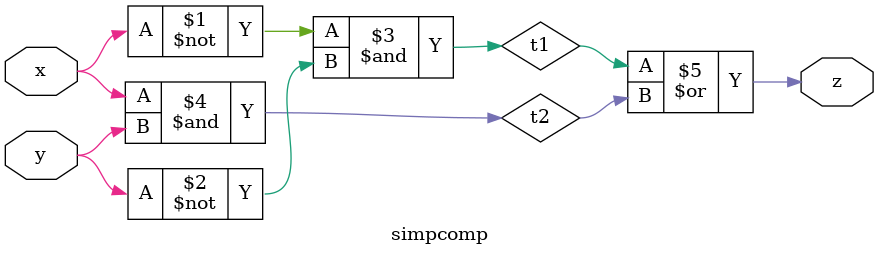
<source format=v>
module simpcomp (
    input x,y,
    output z
);
wire t1,t2,t3,t4;


assign t1 = ~x & ~y;
assign t2 = x & y;

assign z = t1 | t2;

endmodule

</source>
